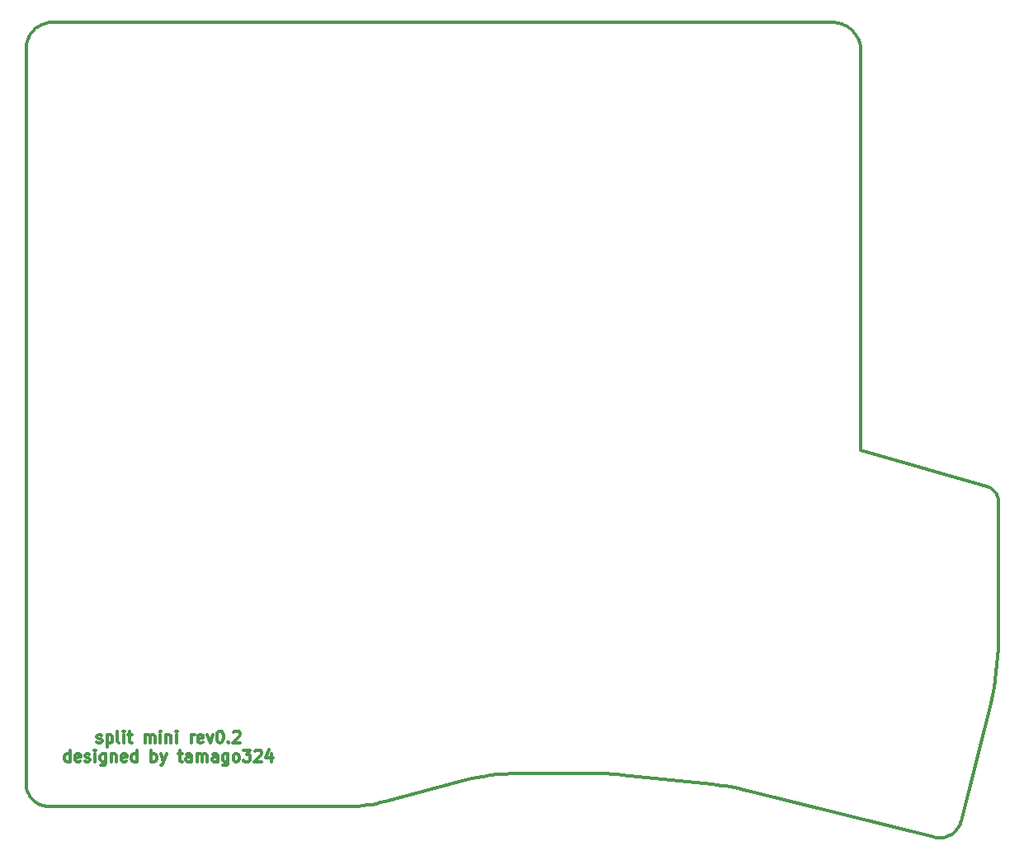
<source format=gto>
%TF.GenerationSoftware,KiCad,Pcbnew,(6.0.6)*%
%TF.CreationDate,2022-09-17T23:42:14+09:00*%
%TF.ProjectId,split-mini_bottom,73706c69-742d-46d6-996e-695f626f7474,rev?*%
%TF.SameCoordinates,Original*%
%TF.FileFunction,Legend,Top*%
%TF.FilePolarity,Positive*%
%FSLAX46Y46*%
G04 Gerber Fmt 4.6, Leading zero omitted, Abs format (unit mm)*
G04 Created by KiCad (PCBNEW (6.0.6)) date 2022-09-17 23:42:14*
%MOMM*%
%LPD*%
G01*
G04 APERTURE LIST*
%TA.AperFunction,Profile*%
%ADD10C,0.349999*%
%TD*%
%ADD11C,0.300000*%
%ADD12C,0.350000*%
%ADD13C,2.200000*%
G04 APERTURE END LIST*
D10*
X120734058Y-85321050D02*
X120746346Y-84517181D01*
X94563467Y-99773630D02*
X95006416Y-99879974D01*
X21067121Y-99747413D02*
X21097288Y-99856121D01*
X95006416Y-99879974D02*
X95006416Y-99879974D01*
X106613959Y-23464589D02*
X106588365Y-23321274D01*
X21022792Y-99525582D02*
X21042263Y-99637170D01*
X21450528Y-100558221D02*
X21520346Y-100647842D01*
X23314208Y-21027240D02*
X23182826Y-21050152D01*
X120663178Y-69673555D02*
X120617953Y-69555976D01*
X120429619Y-69232038D02*
X120350533Y-69135311D01*
X116257734Y-104147387D02*
X116337281Y-104072331D01*
X65730083Y-98890289D02*
X65730083Y-98890289D01*
X104737877Y-21174101D02*
X104602654Y-21128344D01*
X120306060Y-89309528D02*
X120440307Y-88517806D01*
X106647491Y-64950611D02*
X106647491Y-23907794D01*
X114417834Y-104707695D02*
X114531519Y-104721167D01*
X22319756Y-101272024D02*
X22422725Y-101317646D01*
X21325017Y-100370023D02*
X21385392Y-100465551D01*
X116831755Y-103339065D02*
X116873233Y-103232363D01*
X114869318Y-104727193D02*
X114980256Y-104718084D01*
X116678483Y-103640152D02*
X116734207Y-103543064D01*
X21793434Y-21793513D02*
X21700478Y-21891184D01*
X106069327Y-22166530D02*
X105982931Y-22056589D01*
X105588428Y-21662081D02*
X105478488Y-21575683D01*
X104870037Y-21226211D02*
X104737877Y-21174101D01*
X79268402Y-98118347D02*
X79619825Y-98120645D01*
X119962618Y-68817891D02*
X119849615Y-68758387D01*
X120725055Y-69920137D02*
X120699003Y-69795107D01*
X21042263Y-99637170D02*
X21067121Y-99747413D01*
X120699003Y-69795107D02*
X120663178Y-69673555D01*
X81724553Y-98230937D02*
X82074291Y-98265381D01*
X119606995Y-68666672D02*
X106647491Y-64950611D01*
X21218860Y-100171147D02*
X21269480Y-100271825D01*
X21049932Y-23182830D02*
X21027007Y-23314210D01*
X23078052Y-101482078D02*
X23191759Y-101490535D01*
X20997490Y-99184639D02*
X21000327Y-99299127D01*
X115907617Y-104406218D02*
X115999590Y-104347927D01*
X105694026Y-21753553D02*
X105588428Y-21662081D01*
X105891460Y-21950990D02*
X105795097Y-21849917D01*
X23306244Y-101493370D02*
X54168747Y-101493347D01*
X23715622Y-20997488D02*
X23715622Y-20997488D01*
X21992830Y-21612950D02*
X21891115Y-21700567D01*
X57823814Y-101011581D02*
X57823814Y-101011581D01*
X120746346Y-84517181D02*
X120746346Y-70178646D01*
X120563702Y-69442866D02*
X120500800Y-69334721D01*
X120744992Y-70113118D02*
X120740961Y-70048149D01*
X21114721Y-22925043D02*
X21079201Y-23053033D01*
X21000556Y-23580829D02*
X20997215Y-23715622D01*
X93224898Y-99501293D02*
X93672605Y-99584271D01*
X115411094Y-104628832D02*
X115514710Y-104593834D01*
X116618357Y-103733828D02*
X116678483Y-103640152D01*
X55553294Y-101425245D02*
X56012088Y-101372398D01*
X21932681Y-101040365D02*
X22025351Y-101105499D01*
X79971141Y-98127542D02*
X80322305Y-98139037D01*
X94118828Y-99675056D02*
X94563467Y-99773630D01*
X119965073Y-90880112D02*
X120147626Y-90097149D01*
X21520346Y-100647842D02*
X21594767Y-100734227D01*
X21843058Y-100970549D02*
X21932681Y-101040365D01*
X116413290Y-103993343D02*
X116485588Y-103910527D01*
X114980256Y-104718084D02*
X115090076Y-104703590D01*
X92325451Y-99358830D02*
X92775813Y-99426140D01*
X119790967Y-68731954D02*
X119730949Y-68707815D01*
X22207471Y-21454070D02*
X22098356Y-21530754D01*
X103737228Y-20997492D02*
X23715622Y-20997488D01*
X116088715Y-104285289D02*
X116174821Y-104218407D01*
X105982931Y-22056589D02*
X105891460Y-21950990D01*
X104034787Y-21012522D02*
X103886991Y-21001281D01*
X116337281Y-104072331D02*
X116413290Y-103993343D01*
X22634779Y-101393589D02*
X22743485Y-101423753D01*
X23182826Y-21050152D02*
X23053027Y-21079407D01*
X21156400Y-22799082D02*
X21114721Y-22925043D01*
X21700478Y-21891184D02*
X21612850Y-21992890D01*
X105364387Y-21494542D02*
X105246308Y-21418842D01*
X22435573Y-21317612D02*
X22319950Y-21382992D01*
X69367896Y-98227495D02*
X70105548Y-98166918D01*
X22925033Y-21114915D02*
X22799069Y-21156581D01*
X103737228Y-20997492D02*
X103737228Y-20997492D01*
X115812969Y-104460058D02*
X115907617Y-104406218D01*
X54631255Y-101485768D02*
X55092893Y-101463051D01*
X82074291Y-98265381D02*
X91421310Y-99247810D01*
X104464550Y-21089126D02*
X104323750Y-21056627D01*
X21010518Y-23446950D02*
X21000556Y-23580829D01*
X104180434Y-21031031D02*
X104034787Y-21012522D01*
X119606995Y-68666672D02*
X119606995Y-68666672D01*
X22098356Y-21530754D02*
X21992830Y-21612950D01*
X115514710Y-104593834D02*
X115616343Y-104553970D01*
X21453948Y-22207514D02*
X21382859Y-22319987D01*
X106418789Y-22774986D02*
X106360509Y-22646071D01*
X106470898Y-22907146D02*
X106418789Y-22774986D01*
X80322305Y-98139037D02*
X80673272Y-98155126D01*
X21673714Y-100817184D02*
X21673714Y-100817184D01*
X106643705Y-23758032D02*
X106632466Y-23610236D01*
X55092893Y-101463051D02*
X55553294Y-101425245D01*
X80673272Y-98155126D02*
X81023999Y-98175807D01*
X105246308Y-21418842D02*
X105124435Y-21348765D01*
X106647491Y-64950611D02*
X106647491Y-64950611D01*
X57823814Y-101011581D02*
X65730083Y-98890289D01*
X56468906Y-101304560D02*
X56923379Y-101221779D01*
X79268402Y-98118347D02*
X79268402Y-98118347D01*
X106296240Y-22520586D02*
X106226164Y-22398712D01*
X70105548Y-98166918D02*
X70845185Y-98130517D01*
X116940735Y-103010071D02*
X116940735Y-103010071D01*
X54168747Y-101493347D02*
X54168747Y-101493347D01*
X119730949Y-68707815D02*
X119669610Y-68686034D01*
X106647491Y-23907794D02*
X106643705Y-23758032D01*
X21204145Y-22675373D02*
X21156400Y-22799082D01*
X116554001Y-103823988D02*
X116618357Y-103733828D01*
X56012088Y-101372398D02*
X56468906Y-101304560D01*
X57375138Y-101124103D02*
X57823814Y-101011581D01*
X120746346Y-70178646D02*
X120744992Y-70113118D01*
X67900910Y-98420864D02*
X68632820Y-98312169D01*
X21000327Y-99299127D02*
X21008788Y-99412838D01*
X23053027Y-21079407D02*
X22925033Y-21114915D01*
X91421310Y-99247810D02*
X91873916Y-99299381D01*
X71586216Y-98118370D02*
X71586216Y-98118370D01*
X21382859Y-22319987D02*
X21317467Y-22435603D01*
X20997490Y-99184639D02*
X20997490Y-99184639D01*
X21673714Y-100817184D02*
X21756673Y-100896129D01*
X114189873Y-104662933D02*
X114189873Y-104662933D01*
X21612850Y-21992890D02*
X21530643Y-22098408D01*
X23191759Y-101490535D02*
X23306244Y-101493370D01*
X82074291Y-98265381D02*
X82074291Y-98265381D01*
X115090076Y-104703590D02*
X115198604Y-104683814D01*
X21891115Y-21700567D02*
X21793434Y-21793513D01*
X106632466Y-23610236D02*
X106613959Y-23464589D01*
X92775813Y-99426140D02*
X93224898Y-99501293D01*
X120697243Y-86123603D02*
X120734058Y-85321050D01*
X22965311Y-101468076D02*
X23078052Y-101482078D01*
X114757434Y-104730812D02*
X114869318Y-104727193D01*
X21756673Y-100896129D02*
X21843058Y-100970549D01*
X116940735Y-103010071D02*
X119965073Y-90880112D01*
X120734300Y-69983801D02*
X120725055Y-69920137D01*
X119669610Y-68686034D02*
X119606995Y-68666672D01*
X23580829Y-21000816D02*
X23446950Y-21010763D01*
X115999590Y-104347927D02*
X116088715Y-104285289D01*
X106226164Y-22398712D02*
X106150466Y-22280632D01*
X81374440Y-98201078D02*
X81724553Y-98230937D01*
X104998950Y-21284494D02*
X104870037Y-21226211D01*
X22120879Y-101165872D02*
X22219077Y-101221407D01*
X116485588Y-103910527D02*
X116554001Y-103823988D01*
X21079201Y-23053033D02*
X21049932Y-23182830D01*
X23446950Y-21010763D02*
X23314208Y-21027240D01*
X116909617Y-103122663D02*
X116940735Y-103010071D01*
X22554116Y-21258022D02*
X22435573Y-21317612D01*
X120147626Y-90097149D02*
X120306060Y-89309528D01*
X21530643Y-22098408D02*
X21453948Y-22207514D01*
X106588365Y-23321274D02*
X106555869Y-23180473D01*
X120635967Y-86924286D02*
X120697243Y-86123603D01*
X116873233Y-103232363D02*
X116909617Y-103122663D01*
X68632820Y-98312169D02*
X69367896Y-98227495D01*
X22743485Y-101423753D02*
X22853726Y-101448609D01*
X120440307Y-88517806D02*
X120550299Y-87722539D01*
X22527796Y-101358194D02*
X22634779Y-101393589D01*
X21132686Y-99963106D02*
X21173236Y-100068177D01*
X22025351Y-101105499D02*
X22120879Y-101165872D01*
X95006416Y-99879974D02*
X114189873Y-104662933D01*
X21385392Y-100465551D02*
X21450528Y-100558221D01*
X21008788Y-99412838D02*
X21022792Y-99525582D01*
X115198604Y-104683814D02*
X115305668Y-104658860D01*
X67172756Y-98553501D02*
X67900910Y-98420864D01*
X106150466Y-22280632D02*
X106069327Y-22166530D01*
X21097288Y-99856121D02*
X21132686Y-99963106D01*
X120500800Y-69334721D02*
X120429619Y-69232038D01*
X21027007Y-23314210D02*
X21010518Y-23446950D01*
X116174821Y-104218407D02*
X116257734Y-104147387D01*
X120263917Y-69045037D02*
X120170143Y-68961712D01*
X70845185Y-98130517D02*
X71586216Y-98118370D01*
X91421310Y-99247810D02*
X91421310Y-99247810D01*
X22675355Y-21204314D02*
X22554116Y-21258022D01*
X21257865Y-22554139D02*
X21204145Y-22675373D01*
X22422725Y-101317646D02*
X22527796Y-101358194D01*
X114644776Y-104728838D02*
X114757434Y-104730812D01*
X116734207Y-103543064D02*
X116785355Y-103442667D01*
X120350533Y-69135311D02*
X120263917Y-69045037D01*
X120550299Y-87722539D02*
X120635967Y-86924286D01*
X21594767Y-100734227D02*
X21673714Y-100817184D01*
X106360509Y-22646071D02*
X106296240Y-22520586D01*
X79619825Y-98120645D02*
X79971141Y-98127542D01*
X115715821Y-104509343D02*
X115812969Y-104460058D01*
X120746346Y-70178646D02*
X120746346Y-70178646D01*
X20997215Y-23715622D02*
X20997215Y-23715622D01*
X104323750Y-21056627D02*
X104180434Y-21031031D01*
X71586216Y-98118370D02*
X79268402Y-98118347D01*
X105795097Y-21849917D02*
X105694026Y-21753553D01*
X119849615Y-68758387D02*
X119790967Y-68731954D01*
X54168747Y-101493347D02*
X54631255Y-101485768D01*
X116785355Y-103442667D02*
X116831755Y-103339065D01*
X120170143Y-68961712D02*
X120069586Y-68885831D01*
X66448951Y-98710002D02*
X67172756Y-98553501D01*
X104602654Y-21128344D02*
X104464550Y-21089126D01*
X114189873Y-104662933D02*
X114303894Y-104688319D01*
X22799069Y-21156581D02*
X22675355Y-21204314D01*
X120746346Y-84517181D02*
X120746346Y-84517181D01*
X120617953Y-69555976D02*
X120563702Y-69442866D01*
X114303894Y-104688319D02*
X114417834Y-104707695D01*
X106555869Y-23180473D02*
X106516652Y-23042369D01*
X65730083Y-98890289D02*
X66448951Y-98710002D01*
X81023999Y-98175807D02*
X81374440Y-98201078D01*
X21173236Y-100068177D02*
X21218860Y-100171147D01*
X115616343Y-104553970D02*
X115715821Y-104509343D01*
X106516652Y-23042369D02*
X106470898Y-22907146D01*
X23715622Y-20997488D02*
X23580829Y-21000816D01*
X120740961Y-70048149D02*
X120734300Y-69983801D01*
X22219077Y-101221407D02*
X22319756Y-101272024D01*
X56923379Y-101221779D02*
X57375138Y-101124103D01*
X103886991Y-21001281D02*
X103737228Y-20997492D01*
X22853726Y-101448609D02*
X22965311Y-101468076D01*
X105478488Y-21575683D02*
X105364387Y-21494542D01*
X119965073Y-90880112D02*
X119965073Y-90880112D01*
X105124435Y-21348765D02*
X104998950Y-21284494D01*
X21793434Y-21793513D02*
X21793434Y-21793513D01*
X93672605Y-99584271D02*
X94118828Y-99675056D01*
X21317467Y-22435603D02*
X21257865Y-22554139D01*
X20997215Y-23715622D02*
X20997490Y-99184639D01*
X23306244Y-101493370D02*
X23306244Y-101493370D01*
X22319950Y-21382992D02*
X22207471Y-21454070D01*
X91873916Y-99299381D02*
X92325451Y-99358830D01*
X120069586Y-68885831D02*
X119962618Y-68817891D01*
X21269480Y-100271825D02*
X21325017Y-100370023D01*
X115305668Y-104658860D02*
X115411094Y-104628832D01*
X114531519Y-104721167D02*
X114644776Y-104728838D01*
D11*
X28267142Y-94919714D02*
X28381428Y-94976857D01*
X28610000Y-94976857D01*
X28724285Y-94919714D01*
X28781428Y-94805428D01*
X28781428Y-94748285D01*
X28724285Y-94634000D01*
X28610000Y-94576857D01*
X28438571Y-94576857D01*
X28324285Y-94519714D01*
X28267142Y-94405428D01*
X28267142Y-94348285D01*
X28324285Y-94234000D01*
X28438571Y-94176857D01*
X28610000Y-94176857D01*
X28724285Y-94234000D01*
X29295714Y-94176857D02*
X29295714Y-95376857D01*
X29295714Y-94234000D02*
X29410000Y-94176857D01*
X29638571Y-94176857D01*
X29752857Y-94234000D01*
X29810000Y-94291142D01*
X29867142Y-94405428D01*
X29867142Y-94748285D01*
X29810000Y-94862571D01*
X29752857Y-94919714D01*
X29638571Y-94976857D01*
X29410000Y-94976857D01*
X29295714Y-94919714D01*
X30552857Y-94976857D02*
X30438571Y-94919714D01*
X30381428Y-94805428D01*
X30381428Y-93776857D01*
X31010000Y-94976857D02*
X31010000Y-94176857D01*
X31010000Y-93776857D02*
X30952857Y-93834000D01*
X31010000Y-93891142D01*
X31067142Y-93834000D01*
X31010000Y-93776857D01*
X31010000Y-93891142D01*
X31410000Y-94176857D02*
X31867142Y-94176857D01*
X31581428Y-93776857D02*
X31581428Y-94805428D01*
X31638571Y-94919714D01*
X31752857Y-94976857D01*
X31867142Y-94976857D01*
X33181428Y-94976857D02*
X33181428Y-94176857D01*
X33181428Y-94291142D02*
X33238571Y-94234000D01*
X33352857Y-94176857D01*
X33524285Y-94176857D01*
X33638571Y-94234000D01*
X33695714Y-94348285D01*
X33695714Y-94976857D01*
X33695714Y-94348285D02*
X33752857Y-94234000D01*
X33867142Y-94176857D01*
X34038571Y-94176857D01*
X34152857Y-94234000D01*
X34210000Y-94348285D01*
X34210000Y-94976857D01*
X34781428Y-94976857D02*
X34781428Y-94176857D01*
X34781428Y-93776857D02*
X34724285Y-93834000D01*
X34781428Y-93891142D01*
X34838571Y-93834000D01*
X34781428Y-93776857D01*
X34781428Y-93891142D01*
X35352857Y-94176857D02*
X35352857Y-94976857D01*
X35352857Y-94291142D02*
X35410000Y-94234000D01*
X35524285Y-94176857D01*
X35695714Y-94176857D01*
X35810000Y-94234000D01*
X35867142Y-94348285D01*
X35867142Y-94976857D01*
X36438571Y-94976857D02*
X36438571Y-94176857D01*
X36438571Y-93776857D02*
X36381428Y-93834000D01*
X36438571Y-93891142D01*
X36495714Y-93834000D01*
X36438571Y-93776857D01*
X36438571Y-93891142D01*
X37924285Y-94976857D02*
X37924285Y-94176857D01*
X37924285Y-94405428D02*
X37981428Y-94291142D01*
X38038571Y-94234000D01*
X38152857Y-94176857D01*
X38267142Y-94176857D01*
X39124285Y-94919714D02*
X39010000Y-94976857D01*
X38781428Y-94976857D01*
X38667142Y-94919714D01*
X38610000Y-94805428D01*
X38610000Y-94348285D01*
X38667142Y-94234000D01*
X38781428Y-94176857D01*
X39010000Y-94176857D01*
X39124285Y-94234000D01*
X39181428Y-94348285D01*
X39181428Y-94462571D01*
X38610000Y-94576857D01*
X39581428Y-94176857D02*
X39867142Y-94976857D01*
X40152857Y-94176857D01*
X40838571Y-93776857D02*
X40952857Y-93776857D01*
X41067142Y-93834000D01*
X41124285Y-93891142D01*
X41181428Y-94005428D01*
X41238571Y-94234000D01*
X41238571Y-94519714D01*
X41181428Y-94748285D01*
X41124285Y-94862571D01*
X41067142Y-94919714D01*
X40952857Y-94976857D01*
X40838571Y-94976857D01*
X40724285Y-94919714D01*
X40667142Y-94862571D01*
X40610000Y-94748285D01*
X40552857Y-94519714D01*
X40552857Y-94234000D01*
X40610000Y-94005428D01*
X40667142Y-93891142D01*
X40724285Y-93834000D01*
X40838571Y-93776857D01*
X41752857Y-94862571D02*
X41810000Y-94919714D01*
X41752857Y-94976857D01*
X41695714Y-94919714D01*
X41752857Y-94862571D01*
X41752857Y-94976857D01*
X42267142Y-93891142D02*
X42324285Y-93834000D01*
X42438571Y-93776857D01*
X42724285Y-93776857D01*
X42838571Y-93834000D01*
X42895714Y-93891142D01*
X42952857Y-94005428D01*
X42952857Y-94119714D01*
X42895714Y-94291142D01*
X42210000Y-94976857D01*
X42952857Y-94976857D01*
X25495714Y-96908857D02*
X25495714Y-95708857D01*
X25495714Y-96851714D02*
X25381428Y-96908857D01*
X25152857Y-96908857D01*
X25038571Y-96851714D01*
X24981428Y-96794571D01*
X24924285Y-96680285D01*
X24924285Y-96337428D01*
X24981428Y-96223142D01*
X25038571Y-96166000D01*
X25152857Y-96108857D01*
X25381428Y-96108857D01*
X25495714Y-96166000D01*
X26524285Y-96851714D02*
X26409999Y-96908857D01*
X26181428Y-96908857D01*
X26067142Y-96851714D01*
X26009999Y-96737428D01*
X26009999Y-96280285D01*
X26067142Y-96166000D01*
X26181428Y-96108857D01*
X26409999Y-96108857D01*
X26524285Y-96166000D01*
X26581428Y-96280285D01*
X26581428Y-96394571D01*
X26009999Y-96508857D01*
X27038571Y-96851714D02*
X27152857Y-96908857D01*
X27381428Y-96908857D01*
X27495714Y-96851714D01*
X27552857Y-96737428D01*
X27552857Y-96680285D01*
X27495714Y-96566000D01*
X27381428Y-96508857D01*
X27209999Y-96508857D01*
X27095714Y-96451714D01*
X27038571Y-96337428D01*
X27038571Y-96280285D01*
X27095714Y-96166000D01*
X27209999Y-96108857D01*
X27381428Y-96108857D01*
X27495714Y-96166000D01*
X28067142Y-96908857D02*
X28067142Y-96108857D01*
X28067142Y-95708857D02*
X28009999Y-95766000D01*
X28067142Y-95823142D01*
X28124285Y-95766000D01*
X28067142Y-95708857D01*
X28067142Y-95823142D01*
X29152857Y-96108857D02*
X29152857Y-97080285D01*
X29095714Y-97194571D01*
X29038571Y-97251714D01*
X28924285Y-97308857D01*
X28752857Y-97308857D01*
X28638571Y-97251714D01*
X29152857Y-96851714D02*
X29038571Y-96908857D01*
X28809999Y-96908857D01*
X28695714Y-96851714D01*
X28638571Y-96794571D01*
X28581428Y-96680285D01*
X28581428Y-96337428D01*
X28638571Y-96223142D01*
X28695714Y-96166000D01*
X28809999Y-96108857D01*
X29038571Y-96108857D01*
X29152857Y-96166000D01*
X29724285Y-96108857D02*
X29724285Y-96908857D01*
X29724285Y-96223142D02*
X29781428Y-96166000D01*
X29895714Y-96108857D01*
X30067142Y-96108857D01*
X30181428Y-96166000D01*
X30238571Y-96280285D01*
X30238571Y-96908857D01*
X31267142Y-96851714D02*
X31152857Y-96908857D01*
X30924285Y-96908857D01*
X30809999Y-96851714D01*
X30752857Y-96737428D01*
X30752857Y-96280285D01*
X30809999Y-96166000D01*
X30924285Y-96108857D01*
X31152857Y-96108857D01*
X31267142Y-96166000D01*
X31324285Y-96280285D01*
X31324285Y-96394571D01*
X30752857Y-96508857D01*
X32352857Y-96908857D02*
X32352857Y-95708857D01*
X32352857Y-96851714D02*
X32238571Y-96908857D01*
X32009999Y-96908857D01*
X31895714Y-96851714D01*
X31838571Y-96794571D01*
X31781428Y-96680285D01*
X31781428Y-96337428D01*
X31838571Y-96223142D01*
X31895714Y-96166000D01*
X32009999Y-96108857D01*
X32238571Y-96108857D01*
X32352857Y-96166000D01*
X33838571Y-96908857D02*
X33838571Y-95708857D01*
X33838571Y-96166000D02*
X33952857Y-96108857D01*
X34181428Y-96108857D01*
X34295714Y-96166000D01*
X34352857Y-96223142D01*
X34410000Y-96337428D01*
X34410000Y-96680285D01*
X34352857Y-96794571D01*
X34295714Y-96851714D01*
X34181428Y-96908857D01*
X33952857Y-96908857D01*
X33838571Y-96851714D01*
X34810000Y-96108857D02*
X35095714Y-96908857D01*
X35381428Y-96108857D02*
X35095714Y-96908857D01*
X34981428Y-97194571D01*
X34924285Y-97251714D01*
X34810000Y-97308857D01*
X36581428Y-96108857D02*
X37038571Y-96108857D01*
X36752857Y-95708857D02*
X36752857Y-96737428D01*
X36810000Y-96851714D01*
X36924285Y-96908857D01*
X37038571Y-96908857D01*
X37952857Y-96908857D02*
X37952857Y-96280285D01*
X37895714Y-96166000D01*
X37781428Y-96108857D01*
X37552857Y-96108857D01*
X37438571Y-96166000D01*
X37952857Y-96851714D02*
X37838571Y-96908857D01*
X37552857Y-96908857D01*
X37438571Y-96851714D01*
X37381428Y-96737428D01*
X37381428Y-96623142D01*
X37438571Y-96508857D01*
X37552857Y-96451714D01*
X37838571Y-96451714D01*
X37952857Y-96394571D01*
X38524285Y-96908857D02*
X38524285Y-96108857D01*
X38524285Y-96223142D02*
X38581428Y-96166000D01*
X38695714Y-96108857D01*
X38867142Y-96108857D01*
X38981428Y-96166000D01*
X39038571Y-96280285D01*
X39038571Y-96908857D01*
X39038571Y-96280285D02*
X39095714Y-96166000D01*
X39210000Y-96108857D01*
X39381428Y-96108857D01*
X39495714Y-96166000D01*
X39552857Y-96280285D01*
X39552857Y-96908857D01*
X40638571Y-96908857D02*
X40638571Y-96280285D01*
X40581428Y-96166000D01*
X40467142Y-96108857D01*
X40238571Y-96108857D01*
X40124285Y-96166000D01*
X40638571Y-96851714D02*
X40524285Y-96908857D01*
X40238571Y-96908857D01*
X40124285Y-96851714D01*
X40067142Y-96737428D01*
X40067142Y-96623142D01*
X40124285Y-96508857D01*
X40238571Y-96451714D01*
X40524285Y-96451714D01*
X40638571Y-96394571D01*
X41724285Y-96108857D02*
X41724285Y-97080285D01*
X41667142Y-97194571D01*
X41610000Y-97251714D01*
X41495714Y-97308857D01*
X41324285Y-97308857D01*
X41210000Y-97251714D01*
X41724285Y-96851714D02*
X41610000Y-96908857D01*
X41381428Y-96908857D01*
X41267142Y-96851714D01*
X41210000Y-96794571D01*
X41152857Y-96680285D01*
X41152857Y-96337428D01*
X41210000Y-96223142D01*
X41267142Y-96166000D01*
X41381428Y-96108857D01*
X41610000Y-96108857D01*
X41724285Y-96166000D01*
X42467142Y-96908857D02*
X42352857Y-96851714D01*
X42295714Y-96794571D01*
X42238571Y-96680285D01*
X42238571Y-96337428D01*
X42295714Y-96223142D01*
X42352857Y-96166000D01*
X42467142Y-96108857D01*
X42638571Y-96108857D01*
X42752857Y-96166000D01*
X42810000Y-96223142D01*
X42867142Y-96337428D01*
X42867142Y-96680285D01*
X42810000Y-96794571D01*
X42752857Y-96851714D01*
X42638571Y-96908857D01*
X42467142Y-96908857D01*
X43267142Y-95708857D02*
X44010000Y-95708857D01*
X43610000Y-96166000D01*
X43781428Y-96166000D01*
X43895714Y-96223142D01*
X43952857Y-96280285D01*
X44010000Y-96394571D01*
X44010000Y-96680285D01*
X43952857Y-96794571D01*
X43895714Y-96851714D01*
X43781428Y-96908857D01*
X43438571Y-96908857D01*
X43324285Y-96851714D01*
X43267142Y-96794571D01*
X44467142Y-95823142D02*
X44524285Y-95766000D01*
X44638571Y-95708857D01*
X44924285Y-95708857D01*
X45038571Y-95766000D01*
X45095714Y-95823142D01*
X45152857Y-95937428D01*
X45152857Y-96051714D01*
X45095714Y-96223142D01*
X44410000Y-96908857D01*
X45152857Y-96908857D01*
X46181428Y-96108857D02*
X46181428Y-96908857D01*
X45895714Y-95651714D02*
X45610000Y-96508857D01*
X46352857Y-96508857D01*
D12*
X52020000Y-80950000D03*
X112800000Y-84690000D03*
X53040000Y-95600000D03*
X97680000Y-23950000D03*
X30040000Y-23950000D03*
%LPC*%
D13*
%TO.C,HOLE3*%
X52020000Y-80950000D03*
%TD*%
%TO.C,HOLE5*%
X112800000Y-84690000D03*
%TD*%
%TO.C,HOLE4*%
X53040000Y-95600000D03*
%TD*%
%TO.C,HOLE2*%
X97680000Y-23950000D03*
%TD*%
%TO.C,HOLE1*%
X30040000Y-23950000D03*
%TD*%
M02*

</source>
